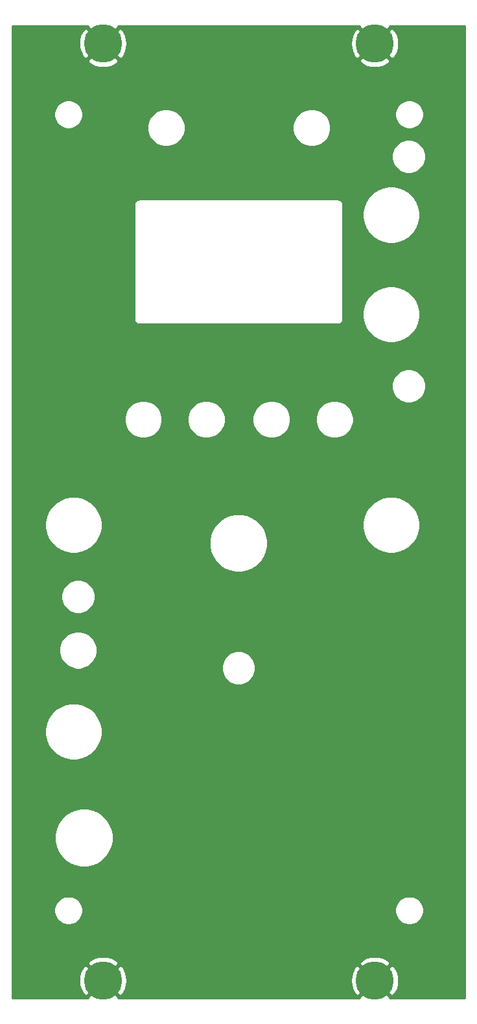
<source format=gbr>
G04 #@! TF.GenerationSoftware,KiCad,Pcbnew,(5.1.10)-1*
G04 #@! TF.CreationDate,2021-12-21T11:24:08-08:00*
G04 #@! TF.ProjectId,SpankulatorPanel,5370616e-6b75-46c6-9174-6f7250616e65,rev?*
G04 #@! TF.SameCoordinates,Original*
G04 #@! TF.FileFunction,Copper,L1,Top*
G04 #@! TF.FilePolarity,Positive*
%FSLAX46Y46*%
G04 Gerber Fmt 4.6, Leading zero omitted, Abs format (unit mm)*
G04 Created by KiCad (PCBNEW (5.1.10)-1) date 2021-12-21 11:24:08*
%MOMM*%
%LPD*%
G01*
G04 APERTURE LIST*
G04 #@! TA.AperFunction,ComponentPad*
%ADD10C,5.000000*%
G04 #@! TD*
G04 #@! TA.AperFunction,Conductor*
%ADD11C,0.254000*%
G04 #@! TD*
G04 #@! TA.AperFunction,Conductor*
%ADD12C,0.100000*%
G04 #@! TD*
G04 APERTURE END LIST*
D10*
X67500000Y-165400000D03*
X103000000Y-165400000D03*
X103000000Y-43000000D03*
X67500000Y-43000000D03*
D11*
X65476457Y-40796852D02*
X67500000Y-42820395D01*
X69523543Y-40796852D01*
X69433119Y-40660000D01*
X101066881Y-40660000D01*
X100976457Y-40796852D01*
X103000000Y-42820395D01*
X105023543Y-40796852D01*
X104933119Y-40660000D01*
X114740001Y-40660000D01*
X114740000Y-167740000D01*
X104933119Y-167740000D01*
X105023543Y-167603148D01*
X103000000Y-165579605D01*
X100976457Y-167603148D01*
X101066881Y-167740000D01*
X69433119Y-167740000D01*
X69523543Y-167603148D01*
X67500000Y-165579605D01*
X65476457Y-167603148D01*
X65566881Y-167740000D01*
X55660000Y-167740000D01*
X55660000Y-165403328D01*
X64349832Y-165403328D01*
X64411010Y-166017831D01*
X64590897Y-166608592D01*
X64878882Y-167147373D01*
X65296852Y-167423543D01*
X67320395Y-165400000D01*
X67679605Y-165400000D01*
X69703148Y-167423543D01*
X70121118Y-167147373D01*
X70411649Y-166602443D01*
X70590287Y-166011304D01*
X70649519Y-165403328D01*
X99849832Y-165403328D01*
X99911010Y-166017831D01*
X100090897Y-166608592D01*
X100378882Y-167147373D01*
X100796852Y-167423543D01*
X102820395Y-165400000D01*
X103179605Y-165400000D01*
X105203148Y-167423543D01*
X105621118Y-167147373D01*
X105911649Y-166602443D01*
X106090287Y-166011304D01*
X106150168Y-165396672D01*
X106088990Y-164782169D01*
X105909103Y-164191408D01*
X105621118Y-163652627D01*
X105203148Y-163376457D01*
X103179605Y-165400000D01*
X102820395Y-165400000D01*
X100796852Y-163376457D01*
X100378882Y-163652627D01*
X100088351Y-164197557D01*
X99909713Y-164788696D01*
X99849832Y-165403328D01*
X70649519Y-165403328D01*
X70650168Y-165396672D01*
X70588990Y-164782169D01*
X70409103Y-164191408D01*
X70121118Y-163652627D01*
X69703148Y-163376457D01*
X67679605Y-165400000D01*
X67320395Y-165400000D01*
X65296852Y-163376457D01*
X64878882Y-163652627D01*
X64588351Y-164197557D01*
X64409713Y-164788696D01*
X64349832Y-165403328D01*
X55660000Y-165403328D01*
X55660000Y-163196852D01*
X65476457Y-163196852D01*
X67500000Y-165220395D01*
X69523543Y-163196852D01*
X100976457Y-163196852D01*
X103000000Y-165220395D01*
X105023543Y-163196852D01*
X104747373Y-162778882D01*
X104202443Y-162488351D01*
X103611304Y-162309713D01*
X102996672Y-162249832D01*
X102382169Y-162311010D01*
X101791408Y-162490897D01*
X101252627Y-162778882D01*
X100976457Y-163196852D01*
X69523543Y-163196852D01*
X69247373Y-162778882D01*
X68702443Y-162488351D01*
X68111304Y-162309713D01*
X67496672Y-162249832D01*
X66882169Y-162311010D01*
X66291408Y-162490897D01*
X65752627Y-162778882D01*
X65476457Y-163196852D01*
X55660000Y-163196852D01*
X55660000Y-156064344D01*
X61115000Y-156064344D01*
X61115000Y-156435656D01*
X61187439Y-156799834D01*
X61329534Y-157142882D01*
X61535825Y-157451618D01*
X61798382Y-157714175D01*
X62107118Y-157920466D01*
X62450166Y-158062561D01*
X62814344Y-158135000D01*
X63185656Y-158135000D01*
X63549834Y-158062561D01*
X63892882Y-157920466D01*
X64201618Y-157714175D01*
X64464175Y-157451618D01*
X64670466Y-157142882D01*
X64812561Y-156799834D01*
X64885000Y-156435656D01*
X64885000Y-156064344D01*
X105615000Y-156064344D01*
X105615000Y-156435656D01*
X105687439Y-156799834D01*
X105829534Y-157142882D01*
X106035825Y-157451618D01*
X106298382Y-157714175D01*
X106607118Y-157920466D01*
X106950166Y-158062561D01*
X107314344Y-158135000D01*
X107685656Y-158135000D01*
X108049834Y-158062561D01*
X108392882Y-157920466D01*
X108701618Y-157714175D01*
X108964175Y-157451618D01*
X109170466Y-157142882D01*
X109312561Y-156799834D01*
X109385000Y-156435656D01*
X109385000Y-156064344D01*
X109312561Y-155700166D01*
X109170466Y-155357118D01*
X108964175Y-155048382D01*
X108701618Y-154785825D01*
X108392882Y-154579534D01*
X108049834Y-154437439D01*
X107685656Y-154365000D01*
X107314344Y-154365000D01*
X106950166Y-154437439D01*
X106607118Y-154579534D01*
X106298382Y-154785825D01*
X106035825Y-155048382D01*
X105829534Y-155357118D01*
X105687439Y-155700166D01*
X105615000Y-156064344D01*
X64885000Y-156064344D01*
X64812561Y-155700166D01*
X64670466Y-155357118D01*
X64464175Y-155048382D01*
X64201618Y-154785825D01*
X63892882Y-154579534D01*
X63549834Y-154437439D01*
X63185656Y-154365000D01*
X62814344Y-154365000D01*
X62450166Y-154437439D01*
X62107118Y-154579534D01*
X61798382Y-154785825D01*
X61535825Y-155048382D01*
X61329534Y-155357118D01*
X61187439Y-155700166D01*
X61115000Y-156064344D01*
X55660000Y-156064344D01*
X55660000Y-146372285D01*
X61165000Y-146372285D01*
X61165000Y-147127715D01*
X61312377Y-147868628D01*
X61601467Y-148566554D01*
X62021161Y-149194670D01*
X62555330Y-149728839D01*
X63183446Y-150148533D01*
X63881372Y-150437623D01*
X64622285Y-150585000D01*
X65377715Y-150585000D01*
X66118628Y-150437623D01*
X66816554Y-150148533D01*
X67444670Y-149728839D01*
X67978839Y-149194670D01*
X68398533Y-148566554D01*
X68687623Y-147868628D01*
X68835000Y-147127715D01*
X68835000Y-146372285D01*
X68687623Y-145631372D01*
X68398533Y-144933446D01*
X67978839Y-144305330D01*
X67444670Y-143771161D01*
X66816554Y-143351467D01*
X66118628Y-143062377D01*
X65377715Y-142915000D01*
X64622285Y-142915000D01*
X63881372Y-143062377D01*
X63183446Y-143351467D01*
X62555330Y-143771161D01*
X62021161Y-144305330D01*
X61601467Y-144933446D01*
X61312377Y-145631372D01*
X61165000Y-146372285D01*
X55660000Y-146372285D01*
X55660000Y-132512135D01*
X59915000Y-132512135D01*
X59915000Y-133247865D01*
X60058534Y-133969459D01*
X60340086Y-134649186D01*
X60748836Y-135260924D01*
X61269076Y-135781164D01*
X61880814Y-136189914D01*
X62560541Y-136471466D01*
X63282135Y-136615000D01*
X64017865Y-136615000D01*
X64739459Y-136471466D01*
X65419186Y-136189914D01*
X66030924Y-135781164D01*
X66551164Y-135260924D01*
X66959914Y-134649186D01*
X67241466Y-133969459D01*
X67385000Y-133247865D01*
X67385000Y-132512135D01*
X67241466Y-131790541D01*
X66959914Y-131110814D01*
X66551164Y-130499076D01*
X66030924Y-129978836D01*
X65419186Y-129570086D01*
X64739459Y-129288534D01*
X64017865Y-129145000D01*
X63282135Y-129145000D01*
X62560541Y-129288534D01*
X61880814Y-129570086D01*
X61269076Y-129978836D01*
X60748836Y-130499076D01*
X60340086Y-131110814D01*
X60058534Y-131790541D01*
X59915000Y-132512135D01*
X55660000Y-132512135D01*
X55660000Y-122005249D01*
X61765000Y-122005249D01*
X61765000Y-122494751D01*
X61860497Y-122974848D01*
X62047821Y-123427089D01*
X62319774Y-123834095D01*
X62665905Y-124180226D01*
X63072911Y-124452179D01*
X63525152Y-124639503D01*
X64005249Y-124735000D01*
X64494751Y-124735000D01*
X64974848Y-124639503D01*
X65427089Y-124452179D01*
X65610134Y-124329872D01*
X82965000Y-124329872D01*
X82965000Y-124770128D01*
X83050890Y-125201925D01*
X83219369Y-125608669D01*
X83463962Y-125974729D01*
X83775271Y-126286038D01*
X84141331Y-126530631D01*
X84548075Y-126699110D01*
X84979872Y-126785000D01*
X85420128Y-126785000D01*
X85851925Y-126699110D01*
X86258669Y-126530631D01*
X86624729Y-126286038D01*
X86936038Y-125974729D01*
X87180631Y-125608669D01*
X87349110Y-125201925D01*
X87435000Y-124770128D01*
X87435000Y-124329872D01*
X87349110Y-123898075D01*
X87180631Y-123491331D01*
X86936038Y-123125271D01*
X86624729Y-122813962D01*
X86258669Y-122569369D01*
X85851925Y-122400890D01*
X85420128Y-122315000D01*
X84979872Y-122315000D01*
X84548075Y-122400890D01*
X84141331Y-122569369D01*
X83775271Y-122813962D01*
X83463962Y-123125271D01*
X83219369Y-123491331D01*
X83050890Y-123898075D01*
X82965000Y-124329872D01*
X65610134Y-124329872D01*
X65834095Y-124180226D01*
X66180226Y-123834095D01*
X66452179Y-123427089D01*
X66639503Y-122974848D01*
X66735000Y-122494751D01*
X66735000Y-122005249D01*
X66639503Y-121525152D01*
X66452179Y-121072911D01*
X66180226Y-120665905D01*
X65834095Y-120319774D01*
X65427089Y-120047821D01*
X64974848Y-119860497D01*
X64494751Y-119765000D01*
X64005249Y-119765000D01*
X63525152Y-119860497D01*
X63072911Y-120047821D01*
X62665905Y-120319774D01*
X62319774Y-120665905D01*
X62047821Y-121072911D01*
X61860497Y-121525152D01*
X61765000Y-122005249D01*
X55660000Y-122005249D01*
X55660000Y-115029872D01*
X62015000Y-115029872D01*
X62015000Y-115470128D01*
X62100890Y-115901925D01*
X62269369Y-116308669D01*
X62513962Y-116674729D01*
X62825271Y-116986038D01*
X63191331Y-117230631D01*
X63598075Y-117399110D01*
X64029872Y-117485000D01*
X64470128Y-117485000D01*
X64901925Y-117399110D01*
X65308669Y-117230631D01*
X65674729Y-116986038D01*
X65986038Y-116674729D01*
X66230631Y-116308669D01*
X66399110Y-115901925D01*
X66485000Y-115470128D01*
X66485000Y-115029872D01*
X66399110Y-114598075D01*
X66230631Y-114191331D01*
X65986038Y-113825271D01*
X65674729Y-113513962D01*
X65308669Y-113269369D01*
X64901925Y-113100890D01*
X64470128Y-113015000D01*
X64029872Y-113015000D01*
X63598075Y-113100890D01*
X63191331Y-113269369D01*
X62825271Y-113513962D01*
X62513962Y-113825271D01*
X62269369Y-114191331D01*
X62100890Y-114598075D01*
X62015000Y-115029872D01*
X55660000Y-115029872D01*
X55660000Y-105512135D01*
X59915000Y-105512135D01*
X59915000Y-106247865D01*
X60058534Y-106969459D01*
X60340086Y-107649186D01*
X60748836Y-108260924D01*
X61269076Y-108781164D01*
X61880814Y-109189914D01*
X62560541Y-109471466D01*
X63282135Y-109615000D01*
X64017865Y-109615000D01*
X64739459Y-109471466D01*
X65419186Y-109189914D01*
X66030924Y-108781164D01*
X66551164Y-108260924D01*
X66810844Y-107872285D01*
X81365000Y-107872285D01*
X81365000Y-108627715D01*
X81512377Y-109368628D01*
X81801467Y-110066554D01*
X82221161Y-110694670D01*
X82755330Y-111228839D01*
X83383446Y-111648533D01*
X84081372Y-111937623D01*
X84822285Y-112085000D01*
X85577715Y-112085000D01*
X86318628Y-111937623D01*
X87016554Y-111648533D01*
X87644670Y-111228839D01*
X88178839Y-110694670D01*
X88598533Y-110066554D01*
X88887623Y-109368628D01*
X89035000Y-108627715D01*
X89035000Y-107872285D01*
X88887623Y-107131372D01*
X88598533Y-106433446D01*
X88178839Y-105805330D01*
X87885644Y-105512135D01*
X101415000Y-105512135D01*
X101415000Y-106247865D01*
X101558534Y-106969459D01*
X101840086Y-107649186D01*
X102248836Y-108260924D01*
X102769076Y-108781164D01*
X103380814Y-109189914D01*
X104060541Y-109471466D01*
X104782135Y-109615000D01*
X105517865Y-109615000D01*
X106239459Y-109471466D01*
X106919186Y-109189914D01*
X107530924Y-108781164D01*
X108051164Y-108260924D01*
X108459914Y-107649186D01*
X108741466Y-106969459D01*
X108885000Y-106247865D01*
X108885000Y-105512135D01*
X108741466Y-104790541D01*
X108459914Y-104110814D01*
X108051164Y-103499076D01*
X107530924Y-102978836D01*
X106919186Y-102570086D01*
X106239459Y-102288534D01*
X105517865Y-102145000D01*
X104782135Y-102145000D01*
X104060541Y-102288534D01*
X103380814Y-102570086D01*
X102769076Y-102978836D01*
X102248836Y-103499076D01*
X101840086Y-104110814D01*
X101558534Y-104790541D01*
X101415000Y-105512135D01*
X87885644Y-105512135D01*
X87644670Y-105271161D01*
X87016554Y-104851467D01*
X86318628Y-104562377D01*
X85577715Y-104415000D01*
X84822285Y-104415000D01*
X84081372Y-104562377D01*
X83383446Y-104851467D01*
X82755330Y-105271161D01*
X82221161Y-105805330D01*
X81801467Y-106433446D01*
X81512377Y-107131372D01*
X81365000Y-107872285D01*
X66810844Y-107872285D01*
X66959914Y-107649186D01*
X67241466Y-106969459D01*
X67385000Y-106247865D01*
X67385000Y-105512135D01*
X67241466Y-104790541D01*
X66959914Y-104110814D01*
X66551164Y-103499076D01*
X66030924Y-102978836D01*
X65419186Y-102570086D01*
X64739459Y-102288534D01*
X64017865Y-102145000D01*
X63282135Y-102145000D01*
X62560541Y-102288534D01*
X61880814Y-102570086D01*
X61269076Y-102978836D01*
X60748836Y-103499076D01*
X60340086Y-104110814D01*
X60058534Y-104790541D01*
X59915000Y-105512135D01*
X55660000Y-105512135D01*
X55660000Y-91855249D01*
X70265000Y-91855249D01*
X70265000Y-92344751D01*
X70360497Y-92824848D01*
X70547821Y-93277089D01*
X70819774Y-93684095D01*
X71165905Y-94030226D01*
X71572911Y-94302179D01*
X72025152Y-94489503D01*
X72505249Y-94585000D01*
X72994751Y-94585000D01*
X73474848Y-94489503D01*
X73927089Y-94302179D01*
X74334095Y-94030226D01*
X74680226Y-93684095D01*
X74952179Y-93277089D01*
X75139503Y-92824848D01*
X75235000Y-92344751D01*
X75235000Y-91855249D01*
X78515000Y-91855249D01*
X78515000Y-92344751D01*
X78610497Y-92824848D01*
X78797821Y-93277089D01*
X79069774Y-93684095D01*
X79415905Y-94030226D01*
X79822911Y-94302179D01*
X80275152Y-94489503D01*
X80755249Y-94585000D01*
X81244751Y-94585000D01*
X81724848Y-94489503D01*
X82177089Y-94302179D01*
X82584095Y-94030226D01*
X82930226Y-93684095D01*
X83202179Y-93277089D01*
X83389503Y-92824848D01*
X83485000Y-92344751D01*
X83485000Y-91855249D01*
X87015000Y-91855249D01*
X87015000Y-92344751D01*
X87110497Y-92824848D01*
X87297821Y-93277089D01*
X87569774Y-93684095D01*
X87915905Y-94030226D01*
X88322911Y-94302179D01*
X88775152Y-94489503D01*
X89255249Y-94585000D01*
X89744751Y-94585000D01*
X90224848Y-94489503D01*
X90677089Y-94302179D01*
X91084095Y-94030226D01*
X91430226Y-93684095D01*
X91702179Y-93277089D01*
X91889503Y-92824848D01*
X91985000Y-92344751D01*
X91985000Y-91855249D01*
X95265000Y-91855249D01*
X95265000Y-92344751D01*
X95360497Y-92824848D01*
X95547821Y-93277089D01*
X95819774Y-93684095D01*
X96165905Y-94030226D01*
X96572911Y-94302179D01*
X97025152Y-94489503D01*
X97505249Y-94585000D01*
X97994751Y-94585000D01*
X98474848Y-94489503D01*
X98927089Y-94302179D01*
X99334095Y-94030226D01*
X99680226Y-93684095D01*
X99952179Y-93277089D01*
X100139503Y-92824848D01*
X100235000Y-92344751D01*
X100235000Y-91855249D01*
X100139503Y-91375152D01*
X99952179Y-90922911D01*
X99680226Y-90515905D01*
X99334095Y-90169774D01*
X98927089Y-89897821D01*
X98474848Y-89710497D01*
X97994751Y-89615000D01*
X97505249Y-89615000D01*
X97025152Y-89710497D01*
X96572911Y-89897821D01*
X96165905Y-90169774D01*
X95819774Y-90515905D01*
X95547821Y-90922911D01*
X95360497Y-91375152D01*
X95265000Y-91855249D01*
X91985000Y-91855249D01*
X91889503Y-91375152D01*
X91702179Y-90922911D01*
X91430226Y-90515905D01*
X91084095Y-90169774D01*
X90677089Y-89897821D01*
X90224848Y-89710497D01*
X89744751Y-89615000D01*
X89255249Y-89615000D01*
X88775152Y-89710497D01*
X88322911Y-89897821D01*
X87915905Y-90169774D01*
X87569774Y-90515905D01*
X87297821Y-90922911D01*
X87110497Y-91375152D01*
X87015000Y-91855249D01*
X83485000Y-91855249D01*
X83389503Y-91375152D01*
X83202179Y-90922911D01*
X82930226Y-90515905D01*
X82584095Y-90169774D01*
X82177089Y-89897821D01*
X81724848Y-89710497D01*
X81244751Y-89615000D01*
X80755249Y-89615000D01*
X80275152Y-89710497D01*
X79822911Y-89897821D01*
X79415905Y-90169774D01*
X79069774Y-90515905D01*
X78797821Y-90922911D01*
X78610497Y-91375152D01*
X78515000Y-91855249D01*
X75235000Y-91855249D01*
X75139503Y-91375152D01*
X74952179Y-90922911D01*
X74680226Y-90515905D01*
X74334095Y-90169774D01*
X73927089Y-89897821D01*
X73474848Y-89710497D01*
X72994751Y-89615000D01*
X72505249Y-89615000D01*
X72025152Y-89710497D01*
X71572911Y-89897821D01*
X71165905Y-90169774D01*
X70819774Y-90515905D01*
X70547821Y-90922911D01*
X70360497Y-91375152D01*
X70265000Y-91855249D01*
X55660000Y-91855249D01*
X55660000Y-87529872D01*
X105195000Y-87529872D01*
X105195000Y-87970128D01*
X105280890Y-88401925D01*
X105449369Y-88808669D01*
X105693962Y-89174729D01*
X106005271Y-89486038D01*
X106371331Y-89730631D01*
X106778075Y-89899110D01*
X107209872Y-89985000D01*
X107650128Y-89985000D01*
X108081925Y-89899110D01*
X108488669Y-89730631D01*
X108854729Y-89486038D01*
X109166038Y-89174729D01*
X109410631Y-88808669D01*
X109579110Y-88401925D01*
X109665000Y-87970128D01*
X109665000Y-87529872D01*
X109579110Y-87098075D01*
X109410631Y-86691331D01*
X109166038Y-86325271D01*
X108854729Y-86013962D01*
X108488669Y-85769369D01*
X108081925Y-85600890D01*
X107650128Y-85515000D01*
X107209872Y-85515000D01*
X106778075Y-85600890D01*
X106371331Y-85769369D01*
X106005271Y-86013962D01*
X105693962Y-86325271D01*
X105449369Y-86691331D01*
X105280890Y-87098075D01*
X105195000Y-87529872D01*
X55660000Y-87529872D01*
X55660000Y-64000000D01*
X71536807Y-64000000D01*
X71540000Y-64032419D01*
X71540001Y-78967571D01*
X71536807Y-79000000D01*
X71549550Y-79129383D01*
X71587290Y-79253793D01*
X71648575Y-79368450D01*
X71731052Y-79468948D01*
X71831550Y-79551425D01*
X71946207Y-79612710D01*
X72070617Y-79650450D01*
X72167581Y-79660000D01*
X72200000Y-79663193D01*
X72232419Y-79660000D01*
X98167581Y-79660000D01*
X98200000Y-79663193D01*
X98232419Y-79660000D01*
X98329383Y-79650450D01*
X98453793Y-79612710D01*
X98568450Y-79551425D01*
X98668948Y-79468948D01*
X98751425Y-79368450D01*
X98812710Y-79253793D01*
X98850450Y-79129383D01*
X98863193Y-79000000D01*
X98860000Y-78967581D01*
X98860000Y-78012135D01*
X101415000Y-78012135D01*
X101415000Y-78747865D01*
X101558534Y-79469459D01*
X101840086Y-80149186D01*
X102248836Y-80760924D01*
X102769076Y-81281164D01*
X103380814Y-81689914D01*
X104060541Y-81971466D01*
X104782135Y-82115000D01*
X105517865Y-82115000D01*
X106239459Y-81971466D01*
X106919186Y-81689914D01*
X107530924Y-81281164D01*
X108051164Y-80760924D01*
X108459914Y-80149186D01*
X108741466Y-79469459D01*
X108885000Y-78747865D01*
X108885000Y-78012135D01*
X108741466Y-77290541D01*
X108459914Y-76610814D01*
X108051164Y-75999076D01*
X107530924Y-75478836D01*
X106919186Y-75070086D01*
X106239459Y-74788534D01*
X105517865Y-74645000D01*
X104782135Y-74645000D01*
X104060541Y-74788534D01*
X103380814Y-75070086D01*
X102769076Y-75478836D01*
X102248836Y-75999076D01*
X101840086Y-76610814D01*
X101558534Y-77290541D01*
X101415000Y-78012135D01*
X98860000Y-78012135D01*
X98860000Y-65012135D01*
X101415000Y-65012135D01*
X101415000Y-65747865D01*
X101558534Y-66469459D01*
X101840086Y-67149186D01*
X102248836Y-67760924D01*
X102769076Y-68281164D01*
X103380814Y-68689914D01*
X104060541Y-68971466D01*
X104782135Y-69115000D01*
X105517865Y-69115000D01*
X106239459Y-68971466D01*
X106919186Y-68689914D01*
X107530924Y-68281164D01*
X108051164Y-67760924D01*
X108459914Y-67149186D01*
X108741466Y-66469459D01*
X108885000Y-65747865D01*
X108885000Y-65012135D01*
X108741466Y-64290541D01*
X108459914Y-63610814D01*
X108051164Y-62999076D01*
X107530924Y-62478836D01*
X106919186Y-62070086D01*
X106239459Y-61788534D01*
X105517865Y-61645000D01*
X104782135Y-61645000D01*
X104060541Y-61788534D01*
X103380814Y-62070086D01*
X102769076Y-62478836D01*
X102248836Y-62999076D01*
X101840086Y-63610814D01*
X101558534Y-64290541D01*
X101415000Y-65012135D01*
X98860000Y-65012135D01*
X98860000Y-64032419D01*
X98863193Y-64000000D01*
X98850450Y-63870617D01*
X98812710Y-63746207D01*
X98751425Y-63631550D01*
X98668948Y-63531052D01*
X98568450Y-63448575D01*
X98453793Y-63387290D01*
X98329383Y-63349550D01*
X98232419Y-63340000D01*
X98200000Y-63336807D01*
X98167581Y-63340000D01*
X72232419Y-63340000D01*
X72200000Y-63336807D01*
X72167581Y-63340000D01*
X72070617Y-63349550D01*
X71946207Y-63387290D01*
X71831550Y-63448575D01*
X71731052Y-63531052D01*
X71648575Y-63631550D01*
X71587290Y-63746207D01*
X71549550Y-63870617D01*
X71536807Y-64000000D01*
X55660000Y-64000000D01*
X55660000Y-57529872D01*
X105195000Y-57529872D01*
X105195000Y-57970128D01*
X105280890Y-58401925D01*
X105449369Y-58808669D01*
X105693962Y-59174729D01*
X106005271Y-59486038D01*
X106371331Y-59730631D01*
X106778075Y-59899110D01*
X107209872Y-59985000D01*
X107650128Y-59985000D01*
X108081925Y-59899110D01*
X108488669Y-59730631D01*
X108854729Y-59486038D01*
X109166038Y-59174729D01*
X109410631Y-58808669D01*
X109579110Y-58401925D01*
X109665000Y-57970128D01*
X109665000Y-57529872D01*
X109579110Y-57098075D01*
X109410631Y-56691331D01*
X109166038Y-56325271D01*
X108854729Y-56013962D01*
X108488669Y-55769369D01*
X108081925Y-55600890D01*
X107650128Y-55515000D01*
X107209872Y-55515000D01*
X106778075Y-55600890D01*
X106371331Y-55769369D01*
X106005271Y-56013962D01*
X105693962Y-56325271D01*
X105449369Y-56691331D01*
X105280890Y-57098075D01*
X105195000Y-57529872D01*
X55660000Y-57529872D01*
X55660000Y-52064344D01*
X61115000Y-52064344D01*
X61115000Y-52435656D01*
X61187439Y-52799834D01*
X61329534Y-53142882D01*
X61535825Y-53451618D01*
X61798382Y-53714175D01*
X62107118Y-53920466D01*
X62450166Y-54062561D01*
X62814344Y-54135000D01*
X63185656Y-54135000D01*
X63549834Y-54062561D01*
X63892882Y-53920466D01*
X64140146Y-53755249D01*
X73265000Y-53755249D01*
X73265000Y-54244751D01*
X73360497Y-54724848D01*
X73547821Y-55177089D01*
X73819774Y-55584095D01*
X74165905Y-55930226D01*
X74572911Y-56202179D01*
X75025152Y-56389503D01*
X75505249Y-56485000D01*
X75994751Y-56485000D01*
X76474848Y-56389503D01*
X76927089Y-56202179D01*
X77334095Y-55930226D01*
X77680226Y-55584095D01*
X77952179Y-55177089D01*
X78139503Y-54724848D01*
X78235000Y-54244751D01*
X78235000Y-53755249D01*
X92265000Y-53755249D01*
X92265000Y-54244751D01*
X92360497Y-54724848D01*
X92547821Y-55177089D01*
X92819774Y-55584095D01*
X93165905Y-55930226D01*
X93572911Y-56202179D01*
X94025152Y-56389503D01*
X94505249Y-56485000D01*
X94994751Y-56485000D01*
X95474848Y-56389503D01*
X95927089Y-56202179D01*
X96334095Y-55930226D01*
X96680226Y-55584095D01*
X96952179Y-55177089D01*
X97139503Y-54724848D01*
X97235000Y-54244751D01*
X97235000Y-53755249D01*
X97139503Y-53275152D01*
X96952179Y-52822911D01*
X96680226Y-52415905D01*
X96334095Y-52069774D01*
X96325969Y-52064344D01*
X105615000Y-52064344D01*
X105615000Y-52435656D01*
X105687439Y-52799834D01*
X105829534Y-53142882D01*
X106035825Y-53451618D01*
X106298382Y-53714175D01*
X106607118Y-53920466D01*
X106950166Y-54062561D01*
X107314344Y-54135000D01*
X107685656Y-54135000D01*
X108049834Y-54062561D01*
X108392882Y-53920466D01*
X108701618Y-53714175D01*
X108964175Y-53451618D01*
X109170466Y-53142882D01*
X109312561Y-52799834D01*
X109385000Y-52435656D01*
X109385000Y-52064344D01*
X109312561Y-51700166D01*
X109170466Y-51357118D01*
X108964175Y-51048382D01*
X108701618Y-50785825D01*
X108392882Y-50579534D01*
X108049834Y-50437439D01*
X107685656Y-50365000D01*
X107314344Y-50365000D01*
X106950166Y-50437439D01*
X106607118Y-50579534D01*
X106298382Y-50785825D01*
X106035825Y-51048382D01*
X105829534Y-51357118D01*
X105687439Y-51700166D01*
X105615000Y-52064344D01*
X96325969Y-52064344D01*
X95927089Y-51797821D01*
X95474848Y-51610497D01*
X94994751Y-51515000D01*
X94505249Y-51515000D01*
X94025152Y-51610497D01*
X93572911Y-51797821D01*
X93165905Y-52069774D01*
X92819774Y-52415905D01*
X92547821Y-52822911D01*
X92360497Y-53275152D01*
X92265000Y-53755249D01*
X78235000Y-53755249D01*
X78139503Y-53275152D01*
X77952179Y-52822911D01*
X77680226Y-52415905D01*
X77334095Y-52069774D01*
X76927089Y-51797821D01*
X76474848Y-51610497D01*
X75994751Y-51515000D01*
X75505249Y-51515000D01*
X75025152Y-51610497D01*
X74572911Y-51797821D01*
X74165905Y-52069774D01*
X73819774Y-52415905D01*
X73547821Y-52822911D01*
X73360497Y-53275152D01*
X73265000Y-53755249D01*
X64140146Y-53755249D01*
X64201618Y-53714175D01*
X64464175Y-53451618D01*
X64670466Y-53142882D01*
X64812561Y-52799834D01*
X64885000Y-52435656D01*
X64885000Y-52064344D01*
X64812561Y-51700166D01*
X64670466Y-51357118D01*
X64464175Y-51048382D01*
X64201618Y-50785825D01*
X63892882Y-50579534D01*
X63549834Y-50437439D01*
X63185656Y-50365000D01*
X62814344Y-50365000D01*
X62450166Y-50437439D01*
X62107118Y-50579534D01*
X61798382Y-50785825D01*
X61535825Y-51048382D01*
X61329534Y-51357118D01*
X61187439Y-51700166D01*
X61115000Y-52064344D01*
X55660000Y-52064344D01*
X55660000Y-45203148D01*
X65476457Y-45203148D01*
X65752627Y-45621118D01*
X66297557Y-45911649D01*
X66888696Y-46090287D01*
X67503328Y-46150168D01*
X68117831Y-46088990D01*
X68708592Y-45909103D01*
X69247373Y-45621118D01*
X69523543Y-45203148D01*
X100976457Y-45203148D01*
X101252627Y-45621118D01*
X101797557Y-45911649D01*
X102388696Y-46090287D01*
X103003328Y-46150168D01*
X103617831Y-46088990D01*
X104208592Y-45909103D01*
X104747373Y-45621118D01*
X105023543Y-45203148D01*
X103000000Y-43179605D01*
X100976457Y-45203148D01*
X69523543Y-45203148D01*
X67500000Y-43179605D01*
X65476457Y-45203148D01*
X55660000Y-45203148D01*
X55660000Y-43003328D01*
X64349832Y-43003328D01*
X64411010Y-43617831D01*
X64590897Y-44208592D01*
X64878882Y-44747373D01*
X65296852Y-45023543D01*
X67320395Y-43000000D01*
X67679605Y-43000000D01*
X69703148Y-45023543D01*
X70121118Y-44747373D01*
X70411649Y-44202443D01*
X70590287Y-43611304D01*
X70649519Y-43003328D01*
X99849832Y-43003328D01*
X99911010Y-43617831D01*
X100090897Y-44208592D01*
X100378882Y-44747373D01*
X100796852Y-45023543D01*
X102820395Y-43000000D01*
X103179605Y-43000000D01*
X105203148Y-45023543D01*
X105621118Y-44747373D01*
X105911649Y-44202443D01*
X106090287Y-43611304D01*
X106150168Y-42996672D01*
X106088990Y-42382169D01*
X105909103Y-41791408D01*
X105621118Y-41252627D01*
X105203148Y-40976457D01*
X103179605Y-43000000D01*
X102820395Y-43000000D01*
X100796852Y-40976457D01*
X100378882Y-41252627D01*
X100088351Y-41797557D01*
X99909713Y-42388696D01*
X99849832Y-43003328D01*
X70649519Y-43003328D01*
X70650168Y-42996672D01*
X70588990Y-42382169D01*
X70409103Y-41791408D01*
X70121118Y-41252627D01*
X69703148Y-40976457D01*
X67679605Y-43000000D01*
X67320395Y-43000000D01*
X65296852Y-40976457D01*
X64878882Y-41252627D01*
X64588351Y-41797557D01*
X64409713Y-42388696D01*
X64349832Y-43003328D01*
X55660000Y-43003328D01*
X55660000Y-40660000D01*
X65566881Y-40660000D01*
X65476457Y-40796852D01*
G04 #@! TA.AperFunction,Conductor*
D12*
G36*
X65476457Y-40796852D02*
G01*
X67500000Y-42820395D01*
X69523543Y-40796852D01*
X69433119Y-40660000D01*
X101066881Y-40660000D01*
X100976457Y-40796852D01*
X103000000Y-42820395D01*
X105023543Y-40796852D01*
X104933119Y-40660000D01*
X114740001Y-40660000D01*
X114740000Y-167740000D01*
X104933119Y-167740000D01*
X105023543Y-167603148D01*
X103000000Y-165579605D01*
X100976457Y-167603148D01*
X101066881Y-167740000D01*
X69433119Y-167740000D01*
X69523543Y-167603148D01*
X67500000Y-165579605D01*
X65476457Y-167603148D01*
X65566881Y-167740000D01*
X55660000Y-167740000D01*
X55660000Y-165403328D01*
X64349832Y-165403328D01*
X64411010Y-166017831D01*
X64590897Y-166608592D01*
X64878882Y-167147373D01*
X65296852Y-167423543D01*
X67320395Y-165400000D01*
X67679605Y-165400000D01*
X69703148Y-167423543D01*
X70121118Y-167147373D01*
X70411649Y-166602443D01*
X70590287Y-166011304D01*
X70649519Y-165403328D01*
X99849832Y-165403328D01*
X99911010Y-166017831D01*
X100090897Y-166608592D01*
X100378882Y-167147373D01*
X100796852Y-167423543D01*
X102820395Y-165400000D01*
X103179605Y-165400000D01*
X105203148Y-167423543D01*
X105621118Y-167147373D01*
X105911649Y-166602443D01*
X106090287Y-166011304D01*
X106150168Y-165396672D01*
X106088990Y-164782169D01*
X105909103Y-164191408D01*
X105621118Y-163652627D01*
X105203148Y-163376457D01*
X103179605Y-165400000D01*
X102820395Y-165400000D01*
X100796852Y-163376457D01*
X100378882Y-163652627D01*
X100088351Y-164197557D01*
X99909713Y-164788696D01*
X99849832Y-165403328D01*
X70649519Y-165403328D01*
X70650168Y-165396672D01*
X70588990Y-164782169D01*
X70409103Y-164191408D01*
X70121118Y-163652627D01*
X69703148Y-163376457D01*
X67679605Y-165400000D01*
X67320395Y-165400000D01*
X65296852Y-163376457D01*
X64878882Y-163652627D01*
X64588351Y-164197557D01*
X64409713Y-164788696D01*
X64349832Y-165403328D01*
X55660000Y-165403328D01*
X55660000Y-163196852D01*
X65476457Y-163196852D01*
X67500000Y-165220395D01*
X69523543Y-163196852D01*
X100976457Y-163196852D01*
X103000000Y-165220395D01*
X105023543Y-163196852D01*
X104747373Y-162778882D01*
X104202443Y-162488351D01*
X103611304Y-162309713D01*
X102996672Y-162249832D01*
X102382169Y-162311010D01*
X101791408Y-162490897D01*
X101252627Y-162778882D01*
X100976457Y-163196852D01*
X69523543Y-163196852D01*
X69247373Y-162778882D01*
X68702443Y-162488351D01*
X68111304Y-162309713D01*
X67496672Y-162249832D01*
X66882169Y-162311010D01*
X66291408Y-162490897D01*
X65752627Y-162778882D01*
X65476457Y-163196852D01*
X55660000Y-163196852D01*
X55660000Y-156064344D01*
X61115000Y-156064344D01*
X61115000Y-156435656D01*
X61187439Y-156799834D01*
X61329534Y-157142882D01*
X61535825Y-157451618D01*
X61798382Y-157714175D01*
X62107118Y-157920466D01*
X62450166Y-158062561D01*
X62814344Y-158135000D01*
X63185656Y-158135000D01*
X63549834Y-158062561D01*
X63892882Y-157920466D01*
X64201618Y-157714175D01*
X64464175Y-157451618D01*
X64670466Y-157142882D01*
X64812561Y-156799834D01*
X64885000Y-156435656D01*
X64885000Y-156064344D01*
X105615000Y-156064344D01*
X105615000Y-156435656D01*
X105687439Y-156799834D01*
X105829534Y-157142882D01*
X106035825Y-157451618D01*
X106298382Y-157714175D01*
X106607118Y-157920466D01*
X106950166Y-158062561D01*
X107314344Y-158135000D01*
X107685656Y-158135000D01*
X108049834Y-158062561D01*
X108392882Y-157920466D01*
X108701618Y-157714175D01*
X108964175Y-157451618D01*
X109170466Y-157142882D01*
X109312561Y-156799834D01*
X109385000Y-156435656D01*
X109385000Y-156064344D01*
X109312561Y-155700166D01*
X109170466Y-155357118D01*
X108964175Y-155048382D01*
X108701618Y-154785825D01*
X108392882Y-154579534D01*
X108049834Y-154437439D01*
X107685656Y-154365000D01*
X107314344Y-154365000D01*
X106950166Y-154437439D01*
X106607118Y-154579534D01*
X106298382Y-154785825D01*
X106035825Y-155048382D01*
X105829534Y-155357118D01*
X105687439Y-155700166D01*
X105615000Y-156064344D01*
X64885000Y-156064344D01*
X64812561Y-155700166D01*
X64670466Y-155357118D01*
X64464175Y-155048382D01*
X64201618Y-154785825D01*
X63892882Y-154579534D01*
X63549834Y-154437439D01*
X63185656Y-154365000D01*
X62814344Y-154365000D01*
X62450166Y-154437439D01*
X62107118Y-154579534D01*
X61798382Y-154785825D01*
X61535825Y-155048382D01*
X61329534Y-155357118D01*
X61187439Y-155700166D01*
X61115000Y-156064344D01*
X55660000Y-156064344D01*
X55660000Y-146372285D01*
X61165000Y-146372285D01*
X61165000Y-147127715D01*
X61312377Y-147868628D01*
X61601467Y-148566554D01*
X62021161Y-149194670D01*
X62555330Y-149728839D01*
X63183446Y-150148533D01*
X63881372Y-150437623D01*
X64622285Y-150585000D01*
X65377715Y-150585000D01*
X66118628Y-150437623D01*
X66816554Y-150148533D01*
X67444670Y-149728839D01*
X67978839Y-149194670D01*
X68398533Y-148566554D01*
X68687623Y-147868628D01*
X68835000Y-147127715D01*
X68835000Y-146372285D01*
X68687623Y-145631372D01*
X68398533Y-144933446D01*
X67978839Y-144305330D01*
X67444670Y-143771161D01*
X66816554Y-143351467D01*
X66118628Y-143062377D01*
X65377715Y-142915000D01*
X64622285Y-142915000D01*
X63881372Y-143062377D01*
X63183446Y-143351467D01*
X62555330Y-143771161D01*
X62021161Y-144305330D01*
X61601467Y-144933446D01*
X61312377Y-145631372D01*
X61165000Y-146372285D01*
X55660000Y-146372285D01*
X55660000Y-132512135D01*
X59915000Y-132512135D01*
X59915000Y-133247865D01*
X60058534Y-133969459D01*
X60340086Y-134649186D01*
X60748836Y-135260924D01*
X61269076Y-135781164D01*
X61880814Y-136189914D01*
X62560541Y-136471466D01*
X63282135Y-136615000D01*
X64017865Y-136615000D01*
X64739459Y-136471466D01*
X65419186Y-136189914D01*
X66030924Y-135781164D01*
X66551164Y-135260924D01*
X66959914Y-134649186D01*
X67241466Y-133969459D01*
X67385000Y-133247865D01*
X67385000Y-132512135D01*
X67241466Y-131790541D01*
X66959914Y-131110814D01*
X66551164Y-130499076D01*
X66030924Y-129978836D01*
X65419186Y-129570086D01*
X64739459Y-129288534D01*
X64017865Y-129145000D01*
X63282135Y-129145000D01*
X62560541Y-129288534D01*
X61880814Y-129570086D01*
X61269076Y-129978836D01*
X60748836Y-130499076D01*
X60340086Y-131110814D01*
X60058534Y-131790541D01*
X59915000Y-132512135D01*
X55660000Y-132512135D01*
X55660000Y-122005249D01*
X61765000Y-122005249D01*
X61765000Y-122494751D01*
X61860497Y-122974848D01*
X62047821Y-123427089D01*
X62319774Y-123834095D01*
X62665905Y-124180226D01*
X63072911Y-124452179D01*
X63525152Y-124639503D01*
X64005249Y-124735000D01*
X64494751Y-124735000D01*
X64974848Y-124639503D01*
X65427089Y-124452179D01*
X65610134Y-124329872D01*
X82965000Y-124329872D01*
X82965000Y-124770128D01*
X83050890Y-125201925D01*
X83219369Y-125608669D01*
X83463962Y-125974729D01*
X83775271Y-126286038D01*
X84141331Y-126530631D01*
X84548075Y-126699110D01*
X84979872Y-126785000D01*
X85420128Y-126785000D01*
X85851925Y-126699110D01*
X86258669Y-126530631D01*
X86624729Y-126286038D01*
X86936038Y-125974729D01*
X87180631Y-125608669D01*
X87349110Y-125201925D01*
X87435000Y-124770128D01*
X87435000Y-124329872D01*
X87349110Y-123898075D01*
X87180631Y-123491331D01*
X86936038Y-123125271D01*
X86624729Y-122813962D01*
X86258669Y-122569369D01*
X85851925Y-122400890D01*
X85420128Y-122315000D01*
X84979872Y-122315000D01*
X84548075Y-122400890D01*
X84141331Y-122569369D01*
X83775271Y-122813962D01*
X83463962Y-123125271D01*
X83219369Y-123491331D01*
X83050890Y-123898075D01*
X82965000Y-124329872D01*
X65610134Y-124329872D01*
X65834095Y-124180226D01*
X66180226Y-123834095D01*
X66452179Y-123427089D01*
X66639503Y-122974848D01*
X66735000Y-122494751D01*
X66735000Y-122005249D01*
X66639503Y-121525152D01*
X66452179Y-121072911D01*
X66180226Y-120665905D01*
X65834095Y-120319774D01*
X65427089Y-120047821D01*
X64974848Y-119860497D01*
X64494751Y-119765000D01*
X64005249Y-119765000D01*
X63525152Y-119860497D01*
X63072911Y-120047821D01*
X62665905Y-120319774D01*
X62319774Y-120665905D01*
X62047821Y-121072911D01*
X61860497Y-121525152D01*
X61765000Y-122005249D01*
X55660000Y-122005249D01*
X55660000Y-115029872D01*
X62015000Y-115029872D01*
X62015000Y-115470128D01*
X62100890Y-115901925D01*
X62269369Y-116308669D01*
X62513962Y-116674729D01*
X62825271Y-116986038D01*
X63191331Y-117230631D01*
X63598075Y-117399110D01*
X64029872Y-117485000D01*
X64470128Y-117485000D01*
X64901925Y-117399110D01*
X65308669Y-117230631D01*
X65674729Y-116986038D01*
X65986038Y-116674729D01*
X66230631Y-116308669D01*
X66399110Y-115901925D01*
X66485000Y-115470128D01*
X66485000Y-115029872D01*
X66399110Y-114598075D01*
X66230631Y-114191331D01*
X65986038Y-113825271D01*
X65674729Y-113513962D01*
X65308669Y-113269369D01*
X64901925Y-113100890D01*
X64470128Y-113015000D01*
X64029872Y-113015000D01*
X63598075Y-113100890D01*
X63191331Y-113269369D01*
X62825271Y-113513962D01*
X62513962Y-113825271D01*
X62269369Y-114191331D01*
X62100890Y-114598075D01*
X62015000Y-115029872D01*
X55660000Y-115029872D01*
X55660000Y-105512135D01*
X59915000Y-105512135D01*
X59915000Y-106247865D01*
X60058534Y-106969459D01*
X60340086Y-107649186D01*
X60748836Y-108260924D01*
X61269076Y-108781164D01*
X61880814Y-109189914D01*
X62560541Y-109471466D01*
X63282135Y-109615000D01*
X64017865Y-109615000D01*
X64739459Y-109471466D01*
X65419186Y-109189914D01*
X66030924Y-108781164D01*
X66551164Y-108260924D01*
X66810844Y-107872285D01*
X81365000Y-107872285D01*
X81365000Y-108627715D01*
X81512377Y-109368628D01*
X81801467Y-110066554D01*
X82221161Y-110694670D01*
X82755330Y-111228839D01*
X83383446Y-111648533D01*
X84081372Y-111937623D01*
X84822285Y-112085000D01*
X85577715Y-112085000D01*
X86318628Y-111937623D01*
X87016554Y-111648533D01*
X87644670Y-111228839D01*
X88178839Y-110694670D01*
X88598533Y-110066554D01*
X88887623Y-109368628D01*
X89035000Y-108627715D01*
X89035000Y-107872285D01*
X88887623Y-107131372D01*
X88598533Y-106433446D01*
X88178839Y-105805330D01*
X87885644Y-105512135D01*
X101415000Y-105512135D01*
X101415000Y-106247865D01*
X101558534Y-106969459D01*
X101840086Y-107649186D01*
X102248836Y-108260924D01*
X102769076Y-108781164D01*
X103380814Y-109189914D01*
X104060541Y-109471466D01*
X104782135Y-109615000D01*
X105517865Y-109615000D01*
X106239459Y-109471466D01*
X106919186Y-109189914D01*
X107530924Y-108781164D01*
X108051164Y-108260924D01*
X108459914Y-107649186D01*
X108741466Y-106969459D01*
X108885000Y-106247865D01*
X108885000Y-105512135D01*
X108741466Y-104790541D01*
X108459914Y-104110814D01*
X108051164Y-103499076D01*
X107530924Y-102978836D01*
X106919186Y-102570086D01*
X106239459Y-102288534D01*
X105517865Y-102145000D01*
X104782135Y-102145000D01*
X104060541Y-102288534D01*
X103380814Y-102570086D01*
X102769076Y-102978836D01*
X102248836Y-103499076D01*
X101840086Y-104110814D01*
X101558534Y-104790541D01*
X101415000Y-105512135D01*
X87885644Y-105512135D01*
X87644670Y-105271161D01*
X87016554Y-104851467D01*
X86318628Y-104562377D01*
X85577715Y-104415000D01*
X84822285Y-104415000D01*
X84081372Y-104562377D01*
X83383446Y-104851467D01*
X82755330Y-105271161D01*
X82221161Y-105805330D01*
X81801467Y-106433446D01*
X81512377Y-107131372D01*
X81365000Y-107872285D01*
X66810844Y-107872285D01*
X66959914Y-107649186D01*
X67241466Y-106969459D01*
X67385000Y-106247865D01*
X67385000Y-105512135D01*
X67241466Y-104790541D01*
X66959914Y-104110814D01*
X66551164Y-103499076D01*
X66030924Y-102978836D01*
X65419186Y-102570086D01*
X64739459Y-102288534D01*
X64017865Y-102145000D01*
X63282135Y-102145000D01*
X62560541Y-102288534D01*
X61880814Y-102570086D01*
X61269076Y-102978836D01*
X60748836Y-103499076D01*
X60340086Y-104110814D01*
X60058534Y-104790541D01*
X59915000Y-105512135D01*
X55660000Y-105512135D01*
X55660000Y-91855249D01*
X70265000Y-91855249D01*
X70265000Y-92344751D01*
X70360497Y-92824848D01*
X70547821Y-93277089D01*
X70819774Y-93684095D01*
X71165905Y-94030226D01*
X71572911Y-94302179D01*
X72025152Y-94489503D01*
X72505249Y-94585000D01*
X72994751Y-94585000D01*
X73474848Y-94489503D01*
X73927089Y-94302179D01*
X74334095Y-94030226D01*
X74680226Y-93684095D01*
X74952179Y-93277089D01*
X75139503Y-92824848D01*
X75235000Y-92344751D01*
X75235000Y-91855249D01*
X78515000Y-91855249D01*
X78515000Y-92344751D01*
X78610497Y-92824848D01*
X78797821Y-93277089D01*
X79069774Y-93684095D01*
X79415905Y-94030226D01*
X79822911Y-94302179D01*
X80275152Y-94489503D01*
X80755249Y-94585000D01*
X81244751Y-94585000D01*
X81724848Y-94489503D01*
X82177089Y-94302179D01*
X82584095Y-94030226D01*
X82930226Y-93684095D01*
X83202179Y-93277089D01*
X83389503Y-92824848D01*
X83485000Y-92344751D01*
X83485000Y-91855249D01*
X87015000Y-91855249D01*
X87015000Y-92344751D01*
X87110497Y-92824848D01*
X87297821Y-93277089D01*
X87569774Y-93684095D01*
X87915905Y-94030226D01*
X88322911Y-94302179D01*
X88775152Y-94489503D01*
X89255249Y-94585000D01*
X89744751Y-94585000D01*
X90224848Y-94489503D01*
X90677089Y-94302179D01*
X91084095Y-94030226D01*
X91430226Y-93684095D01*
X91702179Y-93277089D01*
X91889503Y-92824848D01*
X91985000Y-92344751D01*
X91985000Y-91855249D01*
X95265000Y-91855249D01*
X95265000Y-92344751D01*
X95360497Y-92824848D01*
X95547821Y-93277089D01*
X95819774Y-93684095D01*
X96165905Y-94030226D01*
X96572911Y-94302179D01*
X97025152Y-94489503D01*
X97505249Y-94585000D01*
X97994751Y-94585000D01*
X98474848Y-94489503D01*
X98927089Y-94302179D01*
X99334095Y-94030226D01*
X99680226Y-93684095D01*
X99952179Y-93277089D01*
X100139503Y-92824848D01*
X100235000Y-92344751D01*
X100235000Y-91855249D01*
X100139503Y-91375152D01*
X99952179Y-90922911D01*
X99680226Y-90515905D01*
X99334095Y-90169774D01*
X98927089Y-89897821D01*
X98474848Y-89710497D01*
X97994751Y-89615000D01*
X97505249Y-89615000D01*
X97025152Y-89710497D01*
X96572911Y-89897821D01*
X96165905Y-90169774D01*
X95819774Y-90515905D01*
X95547821Y-90922911D01*
X95360497Y-91375152D01*
X95265000Y-91855249D01*
X91985000Y-91855249D01*
X91889503Y-91375152D01*
X91702179Y-90922911D01*
X91430226Y-90515905D01*
X91084095Y-90169774D01*
X90677089Y-89897821D01*
X90224848Y-89710497D01*
X89744751Y-89615000D01*
X89255249Y-89615000D01*
X88775152Y-89710497D01*
X88322911Y-89897821D01*
X87915905Y-90169774D01*
X87569774Y-90515905D01*
X87297821Y-90922911D01*
X87110497Y-91375152D01*
X87015000Y-91855249D01*
X83485000Y-91855249D01*
X83389503Y-91375152D01*
X83202179Y-90922911D01*
X82930226Y-90515905D01*
X82584095Y-90169774D01*
X82177089Y-89897821D01*
X81724848Y-89710497D01*
X81244751Y-89615000D01*
X80755249Y-89615000D01*
X80275152Y-89710497D01*
X79822911Y-89897821D01*
X79415905Y-90169774D01*
X79069774Y-90515905D01*
X78797821Y-90922911D01*
X78610497Y-91375152D01*
X78515000Y-91855249D01*
X75235000Y-91855249D01*
X75139503Y-91375152D01*
X74952179Y-90922911D01*
X74680226Y-90515905D01*
X74334095Y-90169774D01*
X73927089Y-89897821D01*
X73474848Y-89710497D01*
X72994751Y-89615000D01*
X72505249Y-89615000D01*
X72025152Y-89710497D01*
X71572911Y-89897821D01*
X71165905Y-90169774D01*
X70819774Y-90515905D01*
X70547821Y-90922911D01*
X70360497Y-91375152D01*
X70265000Y-91855249D01*
X55660000Y-91855249D01*
X55660000Y-87529872D01*
X105195000Y-87529872D01*
X105195000Y-87970128D01*
X105280890Y-88401925D01*
X105449369Y-88808669D01*
X105693962Y-89174729D01*
X106005271Y-89486038D01*
X106371331Y-89730631D01*
X106778075Y-89899110D01*
X107209872Y-89985000D01*
X107650128Y-89985000D01*
X108081925Y-89899110D01*
X108488669Y-89730631D01*
X108854729Y-89486038D01*
X109166038Y-89174729D01*
X109410631Y-88808669D01*
X109579110Y-88401925D01*
X109665000Y-87970128D01*
X109665000Y-87529872D01*
X109579110Y-87098075D01*
X109410631Y-86691331D01*
X109166038Y-86325271D01*
X108854729Y-86013962D01*
X108488669Y-85769369D01*
X108081925Y-85600890D01*
X107650128Y-85515000D01*
X107209872Y-85515000D01*
X106778075Y-85600890D01*
X106371331Y-85769369D01*
X106005271Y-86013962D01*
X105693962Y-86325271D01*
X105449369Y-86691331D01*
X105280890Y-87098075D01*
X105195000Y-87529872D01*
X55660000Y-87529872D01*
X55660000Y-64000000D01*
X71536807Y-64000000D01*
X71540000Y-64032419D01*
X71540001Y-78967571D01*
X71536807Y-79000000D01*
X71549550Y-79129383D01*
X71587290Y-79253793D01*
X71648575Y-79368450D01*
X71731052Y-79468948D01*
X71831550Y-79551425D01*
X71946207Y-79612710D01*
X72070617Y-79650450D01*
X72167581Y-79660000D01*
X72200000Y-79663193D01*
X72232419Y-79660000D01*
X98167581Y-79660000D01*
X98200000Y-79663193D01*
X98232419Y-79660000D01*
X98329383Y-79650450D01*
X98453793Y-79612710D01*
X98568450Y-79551425D01*
X98668948Y-79468948D01*
X98751425Y-79368450D01*
X98812710Y-79253793D01*
X98850450Y-79129383D01*
X98863193Y-79000000D01*
X98860000Y-78967581D01*
X98860000Y-78012135D01*
X101415000Y-78012135D01*
X101415000Y-78747865D01*
X101558534Y-79469459D01*
X101840086Y-80149186D01*
X102248836Y-80760924D01*
X102769076Y-81281164D01*
X103380814Y-81689914D01*
X104060541Y-81971466D01*
X104782135Y-82115000D01*
X105517865Y-82115000D01*
X106239459Y-81971466D01*
X106919186Y-81689914D01*
X107530924Y-81281164D01*
X108051164Y-80760924D01*
X108459914Y-80149186D01*
X108741466Y-79469459D01*
X108885000Y-78747865D01*
X108885000Y-78012135D01*
X108741466Y-77290541D01*
X108459914Y-76610814D01*
X108051164Y-75999076D01*
X107530924Y-75478836D01*
X106919186Y-75070086D01*
X106239459Y-74788534D01*
X105517865Y-74645000D01*
X104782135Y-74645000D01*
X104060541Y-74788534D01*
X103380814Y-75070086D01*
X102769076Y-75478836D01*
X102248836Y-75999076D01*
X101840086Y-76610814D01*
X101558534Y-77290541D01*
X101415000Y-78012135D01*
X98860000Y-78012135D01*
X98860000Y-65012135D01*
X101415000Y-65012135D01*
X101415000Y-65747865D01*
X101558534Y-66469459D01*
X101840086Y-67149186D01*
X102248836Y-67760924D01*
X102769076Y-68281164D01*
X103380814Y-68689914D01*
X104060541Y-68971466D01*
X104782135Y-69115000D01*
X105517865Y-69115000D01*
X106239459Y-68971466D01*
X106919186Y-68689914D01*
X107530924Y-68281164D01*
X108051164Y-67760924D01*
X108459914Y-67149186D01*
X108741466Y-66469459D01*
X108885000Y-65747865D01*
X108885000Y-65012135D01*
X108741466Y-64290541D01*
X108459914Y-63610814D01*
X108051164Y-62999076D01*
X107530924Y-62478836D01*
X106919186Y-62070086D01*
X106239459Y-61788534D01*
X105517865Y-61645000D01*
X104782135Y-61645000D01*
X104060541Y-61788534D01*
X103380814Y-62070086D01*
X102769076Y-62478836D01*
X102248836Y-62999076D01*
X101840086Y-63610814D01*
X101558534Y-64290541D01*
X101415000Y-65012135D01*
X98860000Y-65012135D01*
X98860000Y-64032419D01*
X98863193Y-64000000D01*
X98850450Y-63870617D01*
X98812710Y-63746207D01*
X98751425Y-63631550D01*
X98668948Y-63531052D01*
X98568450Y-63448575D01*
X98453793Y-63387290D01*
X98329383Y-63349550D01*
X98232419Y-63340000D01*
X98200000Y-63336807D01*
X98167581Y-63340000D01*
X72232419Y-63340000D01*
X72200000Y-63336807D01*
X72167581Y-63340000D01*
X72070617Y-63349550D01*
X71946207Y-63387290D01*
X71831550Y-63448575D01*
X71731052Y-63531052D01*
X71648575Y-63631550D01*
X71587290Y-63746207D01*
X71549550Y-63870617D01*
X71536807Y-64000000D01*
X55660000Y-64000000D01*
X55660000Y-57529872D01*
X105195000Y-57529872D01*
X105195000Y-57970128D01*
X105280890Y-58401925D01*
X105449369Y-58808669D01*
X105693962Y-59174729D01*
X106005271Y-59486038D01*
X106371331Y-59730631D01*
X106778075Y-59899110D01*
X107209872Y-59985000D01*
X107650128Y-59985000D01*
X108081925Y-59899110D01*
X108488669Y-59730631D01*
X108854729Y-59486038D01*
X109166038Y-59174729D01*
X109410631Y-58808669D01*
X109579110Y-58401925D01*
X109665000Y-57970128D01*
X109665000Y-57529872D01*
X109579110Y-57098075D01*
X109410631Y-56691331D01*
X109166038Y-56325271D01*
X108854729Y-56013962D01*
X108488669Y-55769369D01*
X108081925Y-55600890D01*
X107650128Y-55515000D01*
X107209872Y-55515000D01*
X106778075Y-55600890D01*
X106371331Y-55769369D01*
X106005271Y-56013962D01*
X105693962Y-56325271D01*
X105449369Y-56691331D01*
X105280890Y-57098075D01*
X105195000Y-57529872D01*
X55660000Y-57529872D01*
X55660000Y-52064344D01*
X61115000Y-52064344D01*
X61115000Y-52435656D01*
X61187439Y-52799834D01*
X61329534Y-53142882D01*
X61535825Y-53451618D01*
X61798382Y-53714175D01*
X62107118Y-53920466D01*
X62450166Y-54062561D01*
X62814344Y-54135000D01*
X63185656Y-54135000D01*
X63549834Y-54062561D01*
X63892882Y-53920466D01*
X64140146Y-53755249D01*
X73265000Y-53755249D01*
X73265000Y-54244751D01*
X73360497Y-54724848D01*
X73547821Y-55177089D01*
X73819774Y-55584095D01*
X74165905Y-55930226D01*
X74572911Y-56202179D01*
X75025152Y-56389503D01*
X75505249Y-56485000D01*
X75994751Y-56485000D01*
X76474848Y-56389503D01*
X76927089Y-56202179D01*
X77334095Y-55930226D01*
X77680226Y-55584095D01*
X77952179Y-55177089D01*
X78139503Y-54724848D01*
X78235000Y-54244751D01*
X78235000Y-53755249D01*
X92265000Y-53755249D01*
X92265000Y-54244751D01*
X92360497Y-54724848D01*
X92547821Y-55177089D01*
X92819774Y-55584095D01*
X93165905Y-55930226D01*
X93572911Y-56202179D01*
X94025152Y-56389503D01*
X94505249Y-56485000D01*
X94994751Y-56485000D01*
X95474848Y-56389503D01*
X95927089Y-56202179D01*
X96334095Y-55930226D01*
X96680226Y-55584095D01*
X96952179Y-55177089D01*
X97139503Y-54724848D01*
X97235000Y-54244751D01*
X97235000Y-53755249D01*
X97139503Y-53275152D01*
X96952179Y-52822911D01*
X96680226Y-52415905D01*
X96334095Y-52069774D01*
X96325969Y-52064344D01*
X105615000Y-52064344D01*
X105615000Y-52435656D01*
X105687439Y-52799834D01*
X105829534Y-53142882D01*
X106035825Y-53451618D01*
X106298382Y-53714175D01*
X106607118Y-53920466D01*
X106950166Y-54062561D01*
X107314344Y-54135000D01*
X107685656Y-54135000D01*
X108049834Y-54062561D01*
X108392882Y-53920466D01*
X108701618Y-53714175D01*
X108964175Y-53451618D01*
X109170466Y-53142882D01*
X109312561Y-52799834D01*
X109385000Y-52435656D01*
X109385000Y-52064344D01*
X109312561Y-51700166D01*
X109170466Y-51357118D01*
X108964175Y-51048382D01*
X108701618Y-50785825D01*
X108392882Y-50579534D01*
X108049834Y-50437439D01*
X107685656Y-50365000D01*
X107314344Y-50365000D01*
X106950166Y-50437439D01*
X106607118Y-50579534D01*
X106298382Y-50785825D01*
X106035825Y-51048382D01*
X105829534Y-51357118D01*
X105687439Y-51700166D01*
X105615000Y-52064344D01*
X96325969Y-52064344D01*
X95927089Y-51797821D01*
X95474848Y-51610497D01*
X94994751Y-51515000D01*
X94505249Y-51515000D01*
X94025152Y-51610497D01*
X93572911Y-51797821D01*
X93165905Y-52069774D01*
X92819774Y-52415905D01*
X92547821Y-52822911D01*
X92360497Y-53275152D01*
X92265000Y-53755249D01*
X78235000Y-53755249D01*
X78139503Y-53275152D01*
X77952179Y-52822911D01*
X77680226Y-52415905D01*
X77334095Y-52069774D01*
X76927089Y-51797821D01*
X76474848Y-51610497D01*
X75994751Y-51515000D01*
X75505249Y-51515000D01*
X75025152Y-51610497D01*
X74572911Y-51797821D01*
X74165905Y-52069774D01*
X73819774Y-52415905D01*
X73547821Y-52822911D01*
X73360497Y-53275152D01*
X73265000Y-53755249D01*
X64140146Y-53755249D01*
X64201618Y-53714175D01*
X64464175Y-53451618D01*
X64670466Y-53142882D01*
X64812561Y-52799834D01*
X64885000Y-52435656D01*
X64885000Y-52064344D01*
X64812561Y-51700166D01*
X64670466Y-51357118D01*
X64464175Y-51048382D01*
X64201618Y-50785825D01*
X63892882Y-50579534D01*
X63549834Y-50437439D01*
X63185656Y-50365000D01*
X62814344Y-50365000D01*
X62450166Y-50437439D01*
X62107118Y-50579534D01*
X61798382Y-50785825D01*
X61535825Y-51048382D01*
X61329534Y-51357118D01*
X61187439Y-51700166D01*
X61115000Y-52064344D01*
X55660000Y-52064344D01*
X55660000Y-45203148D01*
X65476457Y-45203148D01*
X65752627Y-45621118D01*
X66297557Y-45911649D01*
X66888696Y-46090287D01*
X67503328Y-46150168D01*
X68117831Y-46088990D01*
X68708592Y-45909103D01*
X69247373Y-45621118D01*
X69523543Y-45203148D01*
X100976457Y-45203148D01*
X101252627Y-45621118D01*
X101797557Y-45911649D01*
X102388696Y-46090287D01*
X103003328Y-46150168D01*
X103617831Y-46088990D01*
X104208592Y-45909103D01*
X104747373Y-45621118D01*
X105023543Y-45203148D01*
X103000000Y-43179605D01*
X100976457Y-45203148D01*
X69523543Y-45203148D01*
X67500000Y-43179605D01*
X65476457Y-45203148D01*
X55660000Y-45203148D01*
X55660000Y-43003328D01*
X64349832Y-43003328D01*
X64411010Y-43617831D01*
X64590897Y-44208592D01*
X64878882Y-44747373D01*
X65296852Y-45023543D01*
X67320395Y-43000000D01*
X67679605Y-43000000D01*
X69703148Y-45023543D01*
X70121118Y-44747373D01*
X70411649Y-44202443D01*
X70590287Y-43611304D01*
X70649519Y-43003328D01*
X99849832Y-43003328D01*
X99911010Y-43617831D01*
X100090897Y-44208592D01*
X100378882Y-44747373D01*
X100796852Y-45023543D01*
X102820395Y-43000000D01*
X103179605Y-43000000D01*
X105203148Y-45023543D01*
X105621118Y-44747373D01*
X105911649Y-44202443D01*
X106090287Y-43611304D01*
X106150168Y-42996672D01*
X106088990Y-42382169D01*
X105909103Y-41791408D01*
X105621118Y-41252627D01*
X105203148Y-40976457D01*
X103179605Y-43000000D01*
X102820395Y-43000000D01*
X100796852Y-40976457D01*
X100378882Y-41252627D01*
X100088351Y-41797557D01*
X99909713Y-42388696D01*
X99849832Y-43003328D01*
X70649519Y-43003328D01*
X70650168Y-42996672D01*
X70588990Y-42382169D01*
X70409103Y-41791408D01*
X70121118Y-41252627D01*
X69703148Y-40976457D01*
X67679605Y-43000000D01*
X67320395Y-43000000D01*
X65296852Y-40976457D01*
X64878882Y-41252627D01*
X64588351Y-41797557D01*
X64409713Y-42388696D01*
X64349832Y-43003328D01*
X55660000Y-43003328D01*
X55660000Y-40660000D01*
X65566881Y-40660000D01*
X65476457Y-40796852D01*
G37*
G04 #@! TD.AperFunction*
M02*

</source>
